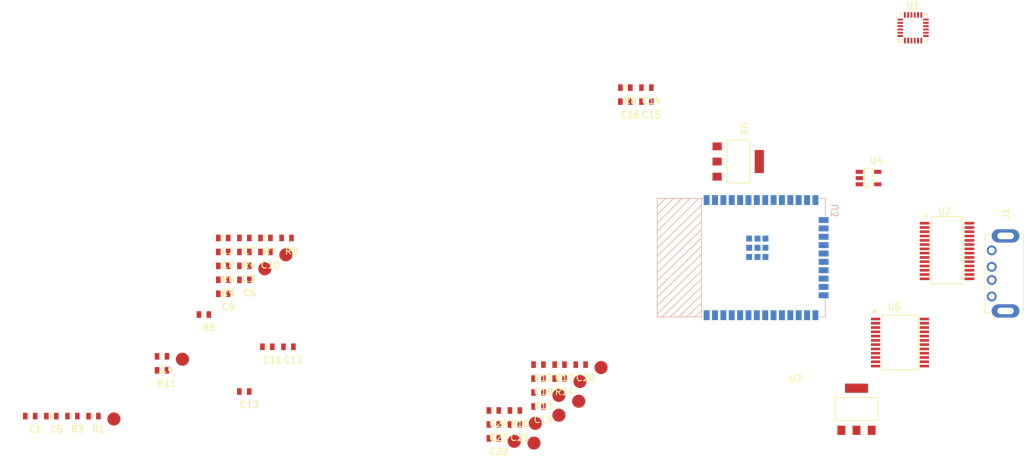
<source format=kicad_pcb>
(kicad_pcb (version 20211014) (generator pcbnew)
  (layers (0 "F.Cu" signal) (31 "B.Cu" signal) (34 "B.Paste" user) (35 "F.Paste" user) (36 "B.SilkS" user "B.Silkscreen") (37 "F.SilkS" user "F.Silkscreen") (38 "B.Mask" user) (39 "F.Mask" user) (44 "Edge.Cuts" user))
  (net 0 "")
  (net 1 "/EN")
  (net 2 "Vdrive")
  (net 10 "GND")
  (net 11 "+5V")
  (net 12 "+3V3")
  (net 13 "/MPU_AD0")
  (net 14 "/MPU_SCL")
  (net 15 "/MCU_TO_FT")
  (net 16 "/FT_TO_MCU")
  (net 24 "/MPU_SDA")
  (net 25 "Net-(C9-Pad1)")
  (net 26 "Net-(C10-Pad1)")
  (net 27 "/D-")
  (net 29 "/D+")
  (net 30 "Net-(R3-Pad1)")
  (net 31 "Net-(R4-Pad1)")
  (net 32 "/MPU_INT")
  (net 33 "Net-(R6-Pad1)")
  (net 34 "Net-(R7-Pad1)")
  (net 48 "GND2")
  (net 49 "Net-(R9-Pad2)")
  (net 54 "Net-(T8-Pad1)")
  (net 55 "Net-(T9-Pad1)")
  (net 56 "Net-(R5-Pad1)")
  (net 78 "/STAT")
  (net 79 "Net-(R11-Pad2)")
  (net 80 "+BATT")
  (net 82 "/PROG")
  (net 83 "/IN1")
  (net 84 "/IN2")
  (net 85 "/PWM")
  (net 86 "Net-(U6-Pad1)")
  (net 87 "Net-(U6-Pad5)")
  (footprint "receiver:48037-0001" (layer "F.Cu") (at 205.74 118.5004 90)
    (fp_text reference "J1" (at 9.1 2.1 90) (layer "F.SilkS"))
    (fp_text value "48037-0001")
    (fp_line (start 6 4.85) (end 6 4.3) (layer "F.SilkS") (width 0.12))
    (fp_line (start 6 -0.1) (end 6 -1) (layer "F.SilkS") (width 0.12))
    (fp_line (start -6 -1) (end -6 -0.1) (layer "F.SilkS") (width 0.12))
    (fp_line (start -6 4.85) (end -6 4.3) (layer "F.SilkS") (width 0.12))
    (fp_line (start 6 -1) (end -6 -1) (layer "F.SilkS") (width 0.12))
    (fp_line (start -6 4.85) (end 6 4.85) (layer "F.SilkS") (width 0.12))
    (pad "" np_thru_hole circle locked (at -2.25 2.1 180) (size 1.1 1.1) (drill 1.1) (layers *.Cu *.Mask))
    (pad "" np_thru_hole circle locked (at 2.25 2.1 180) (size 1.1 1.1) (drill 1.1) (layers *.Cu *.Mask))
    (pad "1" thru_hole circle locked (at 3.5 0 90) (size 1.5 1.5) (drill 0.92) (layers *.Cu *.Mask) (net 11 "+5V"))
    (pad "2" thru_hole circle locked (at 1 0 90) (size 1.5 1.5) (drill 0.92) (layers *.Cu *.Mask) (net 27 "/D-"))
    (pad "3" thru_hole circle locked (at -1 0 90) (size 1.5 1.5) (drill 0.92) (layers *.Cu *.Mask) (net 29 "/D+"))
    (pad "4" thru_hole circle locked (at -3.5 0 90) (size 1.5 1.5) (drill 0.92) (layers *.Cu *.Mask) (net 10 "GND"))
    (pad "5" thru_hole oval locked (at -5.7 2.1 270) (size 2 4.2) (drill oval 1 2.5) (layers *.Cu *.Mask) (net 10 "GND"))
    (pad "6" thru_hole oval locked (at 5.7 2.1 270) (size 2 4.2) (drill oval 1 2.5) (layers *.Cu *.Mask) (net 10 "GND"))
  )
  (footprint "receiver:TestPoint" (layer "F.Cu") (at 140.0452 137.0394)
    (fp_text reference "T10" hide)
    (fp_text value "TestPoints" hide)
    (pad "1" smd circle locked (at 0 0) (size 2 2) (layers "F.Cu" "F.Paste" "F.Mask") (net 87 "Net-(U6-Pad5)"))
  )
  (footprint "receiver:TestPoint" (layer "F.Cu") (at 95.405 117.7926)
    (fp_text reference "T1" hide)
    (fp_text value "TestPoints" hide)
    (pad "1" smd circle locked (at 0 0) (size 2 2) (layers "F.Cu" "F.Paste" "F.Mask") (net 83 "/IN1"))
  )
  (footprint "receiver:0603" (layer "F.Cu") (at 91.555 117.3526)
    (fp_text reference "C3" (at 1.5 2) (layer "F.SilkS"))
    (fp_text value "CAP_0603")
    (fp_line (start 0.6 -0.5) (end 0.6 0.5) (layer "F.SilkS") (width 0.12))
    (pad "1" smd rect locked (at 0 0) (size 0.7 1) (layers "F.Cu" "F.Paste" "F.Mask") (net 12 "+3V3"))
    (pad "2" smd rect locked (at 1.5 0) (size 0.7 1) (layers "F.Cu" "F.Paste" "F.Mask") (net 10 "GND"))
  )
  (footprint "receiver:TestPoint" (layer "F.Cu") (at 143.2452 134.9194)
    (fp_text reference "T12" hide)
    (fp_text value "TestPoints" hide)
    (pad "1" smd circle locked (at 0 0) (size 2 2) (layers "F.Cu" "F.Paste" "F.Mask") (net 87 "Net-(U6-Pad5)"))
  )
  (footprint "receiver:0603" (layer "F.Cu") (at 79.055 131.1026)
    (fp_text reference "C4" (at 1.5 2) (layer "F.SilkS"))
    (fp_text value "CAP_0603")
    (fp_line (start 0.6 -0.5) (end 0.6 0.5) (layer "F.SilkS") (width 0.12))
    (pad "1" smd rect locked (at 0 0) (size 0.7 1) (layers "F.Cu" "F.Paste" "F.Mask") (net 11 "+5V"))
    (pad "2" smd rect locked (at 1.5 0) (size 0.7 1) (layers "F.Cu" "F.Paste" "F.Mask") (net 10 "GND"))
  )
  (footprint "receiver:0603" (layer "F.Cu") (at 94.755 113.1126)
    (fp_text reference "R7" (at 1.5 2) (layer "F.SilkS"))
    (fp_text value "RES_0603")
    (fp_line (start 0.6 -0.5) (end 0.6 0.5) (layer "F.SilkS") (width 0.12))
    (pad "1" smd rect locked (at 0 0) (size 0.7 1) (layers "F.Cu" "F.Paste" "F.Mask") (net 34 "Net-(R7-Pad1)"))
    (pad "2" smd rect locked (at 1.5 0) (size 0.7 1) (layers "F.Cu" "F.Paste" "F.Mask") (net 12 "+3V3"))
  )
  (footprint "receiver:TestPoint" (layer "F.Cu") (at 136.2652 144.2794)
    (fp_text reference "T11" hide)
    (fp_text value "TestPoints" hide)
    (pad "1" smd circle locked (at 0 0) (size 2 2) (layers "F.Cu" "F.Paste" "F.Mask") (net 86 "Net-(U6-Pad1)"))
  )
  (footprint "receiver:TestPoint" (layer "F.Cu") (at 140.0452 140.0394)
    (fp_text reference "T2" hide)
    (fp_text value "TestPoints" hide)
    (pad "1" smd circle locked (at 0 0) (size 2 2) (layers "F.Cu" "F.Paste" "F.Mask") (net 84 "/IN2"))
  )
  (footprint "receiver:0603" (layer "F.Cu") (at 94.755 115.2326)
    (fp_text reference "C10" (at 1.5 2) (layer "F.SilkS"))
    (fp_text value "CAP_0603")
    (fp_line (start 0.6 -0.5) (end 0.6 0.5) (layer "F.SilkS") (width 0.12))
    (pad "1" smd rect locked (at 0 0) (size 0.7 1) (layers "F.Cu" "F.Paste" "F.Mask") (net 26 "Net-(C10-Pad1)"))
    (pad "2" smd rect locked (at 1.5 0) (size 0.7 1) (layers "F.Cu" "F.Paste" "F.Mask") (net 10 "GND"))
  )
  (footprint "receiver:0603" (layer "F.Cu") (at 149.3778 90.2716)
    (fp_text reference "R8" (at 1.5 2) (layer "F.SilkS"))
    (fp_text value "RES_0603")
    (fp_line (start 0.6 -0.5) (end 0.6 0.5) (layer "F.SilkS") (width 0.12))
    (pad "1" smd rect locked (at 0 0) (size 0.7 1) (layers "F.Cu" "F.Paste" "F.Mask") (net 1 "/EN"))
    (pad "2" smd rect locked (at 1.5 0) (size 0.7 1) (layers "F.Cu" "F.Paste" "F.Mask") (net 12 "+3V3"))
  )
  (footprint "receiver:TestPoint" (layer "F.Cu") (at 72.505 140.6226)
    (fp_text reference "T8" hide)
    (fp_text value "TestPoints" hide)
    (pad "1" smd circle locked (at 0 0) (size 2 2) (layers "F.Cu" "F.Paste" "F.Mask") (net 54 "Net-(T8-Pad1)"))
  )
  (footprint "receiver:0603" (layer "F.Cu") (at 152.5778 92.3916)
    (fp_text reference "C15" (at 1.5 2) (layer "F.SilkS"))
    (fp_text value "CAP_0603")
    (fp_line (start 0.6 -0.5) (end 0.6 0.5) (layer "F.SilkS") (width 0.12))
    (pad "1" smd rect locked (at 0 0) (size 0.7 1) (layers "F.Cu" "F.Paste" "F.Mask") (net 12 "+3V3"))
    (pad "2" smd rect locked (at 1.5 0) (size 0.7 1) (layers "F.Cu" "F.Paste" "F.Mask") (net 10 "GND"))
  )
  (footprint "receiver:0603" (layer "F.Cu") (at 91.555 113.1126)
    (fp_text reference "C7" (at 1.5 2) (layer "F.SilkS"))
    (fp_text value "CAP_0603")
    (fp_line (start 0.6 -0.5) (end 0.6 0.5) (layer "F.SilkS") (width 0.12))
    (pad "1" smd rect locked (at 0 0) (size 0.7 1) (layers "F.Cu" "F.Paste" "F.Mask") (net 11 "+5V"))
    (pad "2" smd rect locked (at 1.5 0) (size 0.7 1) (layers "F.Cu" "F.Paste" "F.Mask") (net 10 "GND"))
  )
  (footprint "receiver:0603" (layer "F.Cu") (at 139.3952 134.4794)
    (fp_text reference "R14" (at 1.5 2) (layer "F.SilkS"))
    (fp_text value "RES_0603")
    (fp_line (start 0.6 -0.5) (end 0.6 0.5) (layer "F.SilkS") (width 0.12))
    (pad "1" smd rect locked (at 0 0) (size 0.7 1) (layers "F.Cu" "F.Paste" "F.Mask") (net 48 "GND2"))
    (pad "2" smd rect locked (at 1.5 0) (size 0.7 1) (layers "F.Cu" "F.Paste" "F.Mask") (net 10 "GND"))
  )
  (footprint "receiver:0603" (layer "F.Cu") (at 132.6152 139.3294)
    (fp_text reference "R10" (at 1.5 2) (layer "F.SilkS"))
    (fp_text value "RES_0603")
    (fp_line (start 0.6 -0.5) (end 0.6 0.5) (layer "F.SilkS") (width 0.12))
    (pad "1" smd rect locked (at 0 0) (size 0.7 1) (layers "F.Cu" "F.Paste" "F.Mask") (net 78 "/STAT"))
    (pad "2" smd rect locked (at 1.5 0) (size 0.7 1) (layers "F.Cu" "F.Paste" "F.Mask") (net 12 "+3V3"))
  )
  (footprint "receiver:0603" (layer "F.Cu") (at 152.5778 90.2716)
    (fp_text reference "C14" (at 1.5 2) (layer "F.SilkS"))
    (fp_text value "CAP_0603")
    (fp_line (start 0.6 -0.5) (end 0.6 0.5) (layer "F.SilkS") (width 0.12))
    (pad "1" smd rect locked (at 0 0) (size 0.7 1) (layers "F.Cu" "F.Paste" "F.Mask") (net 1 "/EN"))
    (pad "2" smd rect locked (at 1.5 0) (size 0.7 1) (layers "F.Cu" "F.Paste" "F.Mask") (net 10 "GND"))
  )
  (footprint "receiver:0603" (layer "F.Cu") (at 142.5952 132.3594)
    (fp_text reference "C20" (at 1.5 2) (layer "F.SilkS"))
    (fp_text value "CAP_0603")
    (fp_line (start 0.6 -0.5) (end 0.6 0.5) (layer "F.SilkS") (width 0.12))
    (pad "1" smd rect locked (at 0 0) (size 0.7 1) (layers "F.Cu" "F.Paste" "F.Mask") (net 12 "+3V3"))
    (pad "2" smd rect locked (at 1.5 0) (size 0.7 1) (layers "F.Cu" "F.Paste" "F.Mask") (net 10 "GND"))
  )
  (footprint "receiver:0603" (layer "F.Cu") (at 149.3778 92.3916)
    (fp_text reference "C16" (at 1.5 2) (layer "F.SilkS"))
    (fp_text value "CAP_0603")
    (fp_line (start 0.6 -0.5) (end 0.6 0.5) (layer "F.SilkS") (width 0.12))
    (pad "1" smd rect locked (at 0 0) (size 0.7 1) (layers "F.Cu" "F.Paste" "F.Mask") (net 12 "+3V3"))
    (pad "2" smd rect locked (at 1.5 0) (size 0.7 1) (layers "F.Cu" "F.Paste" "F.Mask") (net 10 "GND"))
  )
  (footprint "receiver:0603" (layer "F.Cu") (at 95.0468 129.6416)
    (fp_text reference "C11" (at 1.5 2) (layer "F.SilkS"))
    (fp_text value "CAP_0603")
    (fp_line (start 0.6 -0.5) (end 0.6 0.5) (layer "F.SilkS") (width 0.12))
    (pad "1" smd rect locked (at 0 0) (size 0.7 1) (layers "F.Cu" "F.Paste" "F.Mask") (net 11 "+5V"))
    (pad "2" smd rect locked (at 1.5 0) (size 0.7 1) (layers "F.Cu" "F.Paste" "F.Mask") (net 10 "GND"))
  )
  (footprint "receiver:0603" (layer "F.Cu") (at 139.3952 132.3594)
    (fp_text reference "C17" (at 1.5 2) (layer "F.SilkS"))
    (fp_text value "CAP_0603")
    (fp_line (start 0.6 -0.5) (end 0.6 0.5) (layer "F.SilkS") (width 0.12))
    (pad "1" smd rect locked (at 0 0) (size 0.7 1) (layers "F.Cu" "F.Paste" "F.Mask") (net 80 "+BATT"))
    (pad "2" smd rect locked (at 1.5 0) (size 0.7 1) (layers "F.Cu" "F.Paste" "F.Mask") (net 10 "GND"))
  )
  (footprint "Sensor_Motion:InvenSense_QFN-24_4x4mm_P0.5mm" (layer "F.Cu") (at 193.802 81.1784)
    (fp_text reference "U1" (at 0 -3.375) (layer "F.SilkS"))
    (fp_text value "MPU-6050")
    (fp_line (start -2.15 2.15) (end -1.625 2.15) (layer "F.SilkS") (width 0.15))
    (fp_line (start 2.15 -2.15) (end 1.625 -2.15) (layer "F.SilkS") (width 0.15))
    (fp_line (start 2.15 -2.15) (end 2.15 -1.625) (layer "F.SilkS") (width 0.15))
    (fp_line (start 2.15 2.15) (end 1.625 2.15) (layer "F.SilkS") (width 0.15))
    (fp_line (start -2.15 2.15) (end -2.15 1.625) (layer "F.SilkS") (width 0.15))
    (fp_line (start 2.15 2.15) (end 2.15 1.625) (layer "F.SilkS") (width 0.15))
    (fp_line (start -2.15 -2.15) (end -1.625 -2.15) (layer "F.SilkS") (width 0.15))
    (pad "1" smd roundrect (at -1.95 -1.25) (size 0.85 0.3) (layers "F.Cu" "F.Paste" "F.Mask") (net 10 "GND"))
    (pad "2" smd roundrect (at -1.95 -0.75) (size 0.85 0.3) (layers "F.Cu" "F.Paste" "F.Mask"))
    (pad "3" smd roundrect (at -1.95 -0.25) (size 0.85 0.3) (layers "F.Cu" "F.Paste" "F.Mask"))
    (pad "4" smd roundrect (at -1.95 0.25) (size 0.85 0.3) (layers "F.Cu" "F.Paste" "F.Mask"))
    (pad "5" smd roundrect (at -1.95 0.75) (size 0.85 0.3) (layers "F.Cu" "F.Paste" "F.Mask"))
    (pad "6" smd roundrect (at -1.95 1.25) (size 0.85 0.3) (layers "F.Cu" "F.Paste" "F.Mask") (net 54 "Net-(T8-Pad1)"))
    (pad "7" smd roundrect (at -1.25 1.95 90) (size 0.85 0.3) (layers "F.Cu" "F.Paste" "F.Mask") (net 55 "Net-(T9-Pad1)"))
    (pad "8" smd roundrect (at -0.75 1.95 90) (size 0.85 0.3) (layers "F.Cu" "F.Paste" "F.Mask") (net 12 "+3V3"))
    (pad "9" smd roundrect (at -0.25 1.95 90) (size 0.85 0.3) (layers "F.Cu" "F.Paste" "F.Mask") (net 13 "/MPU_AD0"))
    (pad "10" smd roundrect (at 0.25 1.95 90) (size 0.85 0.3) (layers "F.Cu" "F.Paste" "F.Mask") (net 25 "Net-(C9-Pad1)"))
    (pad "11" smd roundrect (at 0.75 1.95 90) (size 0.85 0.3) (layers "F.Cu" "F.Paste" "F.Mask") (net 10 "GND"))
    (pad "12" smd roundrect (at 1.25 1.95 90) (size 0.85 0.3) (layers "F.Cu" "F.Paste" "F.Mask") (net 32 "/MPU_INT"))
    (pad "13" smd roundrect (at 1.95 1.25) (size 0.85 0.3) (layers "F.Cu" "F.Paste" "F.Mask") (net 12 "+3V3"))
    (pad "14" smd roundrect (at 1.95 0.75) (size 0.85 0.3) (layers "F.Cu" "F.Paste" "F.Mask"))
    (pad "15" smd roundrect (at 1.95 0.25) (size 0.85 0.3) (layers "F.Cu" "F.Paste" "F.Mask"))
    (pad "16" smd roundrect (at 1.95 -0.25) (size 0.85 0.3) (layers "F.Cu" "F.Paste" "F.Mask"))
    (pad "17" smd roundrect (at 1.95 -0.75) (size 0.85 0.3) (layers "F.Cu" "F.Paste" "F.Mask"))
    (pad "18" smd roundrect (at 1.95 -1.25) (size 0.85 0.3) (layers "F.Cu" "F.Paste" "F.Mask") (net 10 "GND"))
    (pad "19" smd roundrect (at 1.25 -1.95 90) (size 0.85 0.3) (layers "F.Cu" "F.Paste" "F.Mask"))
    (pad "20" smd roundrect (at 0.75 -1.95 90) (size 0.85 0.3) (layers "F.Cu" "F.Paste" "F.Mask") (net 26 "Net-(C10-Pad1)"))
    (pad "21" smd roundrect (at 0.25 -1.95 90) (size 0.85 0.3) (layers "F.Cu" "F.Paste" "F.Mask"))
    (pad "22" smd roundrect (at -0.25 -1.95 90) (size 0.85 0.3) (layers "F.Cu" "F.Paste" "F.Mask"))
    (pad "23" smd roundrect (at -0.75 -1.95 90) (size 0.85 0.3) (layers "F.Cu" "F.Paste" "F.Mask") (net 14 "/MPU_SCL"))
    (pad "24" smd roundrect (at -1.25 -1.95 90) (size 0.85 0.3) (layers "F.Cu" "F.Paste" "F.Mask") (net 24 "/MPU_SDA"))
  )
  (footprint "receiver:MIC5239-3.3YS" (layer "F.Cu") (at 164.059 99.1984 -90)
    (fp_text reference "U5" (at -2.7292 -4.1144 -90 unlocked) (layer "F.SilkS"))
    (fp_text value "MIC5239-3.3YS")
    (fp_rect (start -0.95 -5) (end 5.55 -1.5) (layer "F.SilkS") (width 0.12) (fill none))
    (pad "1" smd rect (at 0 0 270) (size 1.2 1.4) (layers "F.Cu" "F.Paste" "F.Mask") (net 80 "+BATT"))
    (pad "2" smd rect (at 2.3 0 270) (size 1.2 1.4) (layers "F.Cu" "F.Paste" "F.Mask") (net 10 "GND"))
    (pad "3" smd rect (at 4.6 0 270) (size 1.2 1.4) (layers "F.Cu" "F.Paste" "F.Mask") (net 12 "+3V3"))
    (pad "4" smd rect (at 2.3 -6.4 270) (size 3.5 1.4) (layers "F.Cu" "F.Paste" "F.Mask") (net 10 "GND"))
  )
  (footprint "receiver:0603" (layer "F.Cu") (at 85.405 124.7526)
    (fp_text reference "R5" (at 1.5 2) (layer "F.SilkS"))
    (fp_text value "RES_0603")
    (fp_line (start 0.6 -0.5) (end 0.6 0.5) (layer "F.SilkS") (width 0.12))
    (pad "1" smd rect locked (at 0 0) (size 0.7 1) (layers "F.Cu" "F.Paste" "F.Mask") (net 56 "Net-(R5-Pad1)"))
    (pad "2" smd rect locked (at 1.5 0) (size 0.7 1) (layers "F.Cu" "F.Paste" "F.Mask") (net 12 "+3V3"))
  )
  (footprint "receiver:TestPoint" (layer "F.Cu") (at 133.2652 144.0094)
    (fp_text reference "T6" hide)
    (fp_text value "TestPoints" hide)
    (pad "1" smd circle locked (at 0 0) (size 2 2) (layers "F.Cu" "F.Paste" "F.Mask") (net 86 "Net-(U6-Pad1)"))
  )
  (footprint "receiver:FT232RL" (layer "F.Cu") (at 195.5582 110.869804)
    (fp_text reference "U2" (at 3 -1.8) (layer "F.SilkS"))
    (fp_text value "FT232RL")
    (fp_line (start 1 9.2) (end 5.7 9.2) (layer "F.SilkS") (width 0.12))
    (fp_line (start 1 -1) (end 1 9.2) (layer "F.SilkS") (width 0.12))
    (fp_line (start 5.7 9.2) (end 5.7 -1) (layer "F.SilkS") (width 0.12))
    (fp_line (start 5.7 -1) (end 1 -1) (layer "F.SilkS") (width 0.12))
    (fp_circle (center 0.2 -1.1) (end 0.4 -1) (layer "F.SilkS") (width 0.12) (fill none))
    (pad "1" smd roundrect locked (at 0 0) (size 1.5 0.4) (layers "F.Cu" "F.Paste" "F.Mask") (net 16 "/FT_TO_MCU"))
    (pad "2" smd roundrect locked (at 0 0.65) (size 1.5 0.4) (layers "F.Cu" "F.Paste" "F.Mask") (net 33 "Net-(R6-Pad1)"))
    (pad "3" smd roundrect locked (at 0 1.3) (size 1.5 0.4) (layers "F.Cu" "F.Paste" "F.Mask") (net 30 "Net-(R3-Pad1)"))
    (pad "4" smd roundrect locked (at 0 1.95) (size 1.5 0.4) (layers "F.Cu" "F.Paste" "F.Mask") (net 12 "+3V3"))
    (pad "5" smd roundrect locked (at 0 2.6) (size 1.5 0.4) (layers "F.Cu" "F.Paste" "F.Mask") (net 15 "/MCU_TO_FT"))
    (pad "6" smd roundrect locked (at 0 3.25) (size 1.5 0.4) (layers "F.Cu" "F.Paste" "F.Mask") (net 79 "Net-(R11-Pad2)"))
    (pad "7" smd roundrect locked (at 0 3.9) (size 1.5 0.4) (layers "F.Cu" "F.Paste" "F.Mask") (net 10 "GND"))
    (pad "8" smd roundrect locked (at 0 4.55) (size 1.5 0.4) (layers "F.Cu" "F.Paste" "F.Mask"))
    (pad "9" smd roundrect locked (at 0 5.2) (size 1.5 0.4) (layers "F.Cu" "F.Paste" "F.Mask") (net 34 "Net-(R7-Pad1)"))
    (pad "10" smd roundrect locked (at 0 5.85) (size 1.5 0.4) (layers "F.Cu" "F.Paste" "F.Mask") (net 49 "Net-(R9-Pad2)"))
    (pad "11" smd roundrect locked (at 0 6.5) (size 1.5 0.4) (layers "F.Cu" "F.Paste" "F.Mask") (net 31 "Net-(R4-Pad1)"))
    (pad "12" smd roundrect locked (at 0 7.15) (size 1.5 0.4) (layers "F.Cu" "F.Paste" "F.Mask"))
    (pad "13" smd roundrect locked (at 0 7.8) (size 1.5 0.4) (layers "F.Cu" "F.Paste" "F.Mask"))
    (pad "14" smd roundrect locked (at 0 8.45) (size 1.5 0.4) (layers "F.Cu" "F.Paste" "F.Mask") (net 56 "Net-(R5-Pad1)"))
    (pad "15" smd roundrect locked (at 6.8 8.45) (size 1.5 0.4) (layers "F.Cu" "F.Paste" "F.Mask") (net 29 "/D+"))
    (pad "16" smd roundrect locked (at 6.8 7.8) (size 1.5 0.4) (layers "F.Cu" "F.Paste" "F.Mask") (net 27 "/D-"))
    (pad "17" smd roundrect locked (at 6.8 7.15) (size 1.5 0.4) (layers "F.Cu" "F.Paste" "F.Mask"))
    (pad "18" smd roundrect locked (at 6.8 6.5) (size 1.5 0.4) (layers "F.Cu" "F.Paste" "F.Mask") (net 10 "GND"))
    (pad "19" smd roundrect locked (at 6.8 5.85) (size 1.5 0.4) (layers "F.Cu" "F.Paste" "F.Mask"))
    (pad "20" smd roundrect locked (at 6.8 5.2) (size 1.5 0.4) (layers "F.Cu" "F.Paste" "F.Mask") (net 11 "+5V"))
    (pad "21" smd roundrect locked (at 6.8 4.55) (size 1.5 0.4) (layers "F.Cu" "F.Paste" "F.Mask") (net 10 "GND"))
    (pad "22" smd roundrect locked (at 6.8 3.9) (size 1.5 0.4) (layers "F.Cu" "F.Paste" "F.Mask"))
    (pad "23" smd roundrect locked (at 6.8 3.25) (size 1.5 0.4) (layers "F.Cu" "F.Paste" "F.Mask"))
    (pad "24" smd roundrect locked (at 6.8 2.6) (size 1.5 0.4) (layers "F.Cu" "F.Paste" "F.Mask"))
    (pad "25" smd roundrect locked (at 6.8 1.95) (size 1.5 0.4) (layers "F.Cu" "F.Paste" "F.Mask") (net 10 "GND"))
    (pad "26" smd roundrect locked (at 6.8 1.3) (size 1.5 0.4) (layers "F.Cu" "F.Paste" "F.Mask") (net 10 "GND"))
    (pad "27" smd roundrect locked (at 6.8 0.65) (size 1.5 0.4) (layers "F.Cu" "F.Paste" "F.Mask"))
    (pad "28" smd roundrect locked (at 6.8 0) (size 1.5 0.4) (layers "F.Cu" "F.Paste" "F.Mask"))
  )
  (footprint "receiver:0603" (layer "F.Cu") (at 136.1952 138.7194)
    (fp_text reference "C19" (at 1.5 2) (layer "F.SilkS"))
    (fp_text value "CAP_0603")
    (fp_line (start 0.6 -0.5) (end 0.6 0.5) (layer "F.SilkS") (width 0.12))
    (pad "1" smd rect locked (at 0 0) (size 0.7 1) (layers "F.Cu" "F.Paste" "F.Mask") (net 12 "+3V3"))
    (pad "2" smd rect locked (at 1.5 0) (size 0.7 1) (layers "F.Cu" "F.Paste" "F.Mask") (net 10 "GND"))
  )
  (footprint "receiver:0603" (layer "F.Cu") (at 136.1952 134.4794)
    (fp_text reference "C18" (at 1.5 2) (layer "F.SilkS"))
    (fp_text value "CAP_0603")
    (fp_line (start 0.6 -0.5) (end 0.6 0.5) (layer "F.SilkS") (width 0.12))
    (pad "1" smd rect locked (at 0 0) (size 0.7 1) (layers "F.Cu" "F.Paste" "F.Mask") (net 2 "Vdrive"))
    (pad "2" smd rect locked (at 1.5 0) (size 0.7 1) (layers "F.Cu" "F.Paste" "F.Mask") (net 10 "GND"))
  )
  (footprint "receiver:0603" (layer "F.Cu") (at 91.555 115.2326)
    (fp_text reference "R4" (at 1.5 2) (layer "F.SilkS"))
    (fp_text value "RES_0603")
    (fp_line (start 0.6 -0.5) (end 0.6 0.5) (layer "F.SilkS") (width 0.12))
    (pad "1" smd rect locked (at 0 0) (size 0.7 1) (layers "F.Cu" "F.Paste" "F.Mask") (net 31 "Net-(R4-Pad1)"))
    (pad "2" smd rect locked (at 1.5 0) (size 0.7 1) (layers "F.Cu" "F.Paste" "F.Mask") (net 12 "+3V3"))
  )
  (footprint "receiver:0603" (layer "F.Cu") (at 88.355 121.5926)
    (fp_text reference "C9" (at 1.5 2) (layer "F.SilkS"))
    (fp_text value "CAP_0603")
    (fp_line (start 0.6 -0.5) (end 0.6 0.5) (layer "F.SilkS") (width 0.12))
    (pad "1" smd rect locked (at 0 0) (size 0.7 1) (layers "F.Cu" "F.Paste" "F.Mask") (net 25 "Net-(C9-Pad1)"))
    (pad "2" smd rect locked (at 1.5 0) (size 0.7 1) (layers "F.Cu" "F.Paste" "F.Mask") (net 10 "GND"))
  )
  (footprint "receiver:0603" (layer "F.Cu") (at 129.4152 141.4494)
    (fp_text reference "C23" (at 1.5 2) (layer "F.SilkS"))
    (fp_text value "CAP_0603")
    (fp_line (start 0.6 -0.5) (end 0.6 0.5) (layer "F.SilkS") (width 0.12))
    (pad "1" smd rect locked (at 0 0) (size 0.7 1) (layers "F.Cu" "F.Paste" "F.Mask") (net 2 "Vdrive"))
    (pad "2" smd rect locked (at 1.5 0) (size 0.7 1) (layers "F.Cu" "F.Paste" "F.Mask") (net 48 "GND2"))
  )
  (footprint "receiver:TestPoint" (layer "F.Cu") (at 136.4652 141.2794)
    (fp_text reference "T4" hide)
    (fp_text value "TestPoints" hide)
    (pad "1" smd circle locked (at 0 0) (size 2 2) (layers "F.Cu" "F.Paste" "F.Mask") (net 86 "Net-(U6-Pad1)"))
  )
  (footprint "receiver:TestPoint" (layer "F.Cu") (at 143.0452 137.9194)
    (fp_text reference "T5" hide)
    (fp_text value "TestPoints" hide)
    (pad "1" smd circle locked (at 0 0) (size 2 2) (layers "F.Cu" "F.Paste" "F.Mask") (net 87 "Net-(U6-Pad5)"))
  )
  (footprint "receiver:0603" (layer "F.Cu") (at 136.1952 132.3594)
    (fp_text reference "R12" (at 1.5 2) (layer "F.SilkS"))
    (fp_text value "RES_0603")
    (fp_line (start 0.6 -0.5) (end 0.6 0.5) (layer "F.SilkS") (width 0.12))
    (pad "1" smd rect locked (at 0 0) (size 0.7 1) (layers "F.Cu" "F.Paste" "F.Mask") (net 10 "GND"))
    (pad "2" smd rect locked (at 1.5 0) (size 0.7 1) (layers "F.Cu" "F.Paste" "F.Mask") (net 82 "/PROG"))
  )
  (footprint "receiver:0603" (layer "F.Cu") (at 68.655 140.1826)
    (fp_text reference "R1" (at 1.5 2) (layer "F.SilkS"))
    (fp_text value "RES_0603")
    (fp_line (start 0.6 -0.5) (end 0.6 0.5) (layer "F.SilkS") (width 0.12))
    (pad "1" smd rect locked (at 0 0) (size 0.7 1) (layers "F.Cu" "F.Paste" "F.Mask") (net 12 "+3V3"))
    (pad "2" smd rect locked (at 1.5 0) (size 0.7 1) (layers "F.Cu" "F.Paste" "F.Mask") (net 13 "/MPU_AD0"))
  )
  (footprint "receiver:0603" (layer "F.Cu") (at 136.1952 136.5994)
    (fp_text reference "R13" (at 1.5 2) (layer "F.SilkS"))
    (fp_text value "RES_0603")
    (fp_line (start 0.6 -0.5) (end 0.6 0.5) (layer "F.SilkS") (width 0.12))
    (pad "1" smd rect locked (at 0 0) (size 0.7 1) (layers "F.Cu" "F.Paste" "F.Mask") (net 48 "GND2"))
    (pad "2" smd rect locked (at 1.5 0) (size 0.7 1) (layers "F.Cu" "F.Paste" "F.Mask") (net 10 "GND"))
  )
  (footprint "receiver:0603" (layer "F.Cu") (at 129.4152 139.3294)
    (fp_text reference "C24" (at 1.5 2) (layer "F.SilkS"))
    (fp_text value "CAP_0603")
    (fp_line (start 0.6 -0.5) (end 0.6 0.5) (layer "F.SilkS") (width 0.12))
    (pad "1" smd rect locked (at 0 0) (size 0.7 1) (layers "F.Cu" "F.Paste" "F.Mask") (net 2 "Vdrive"))
    (pad "2" smd rect locked (at 1.5 0) (size 0.7 1) (layers "F.Cu" "F.Paste" "F.Mask") (net 48 "GND2"))
  )
  (footprint "receiver:0603" (layer "F.Cu") (at 129.4152 143.5694)
    (fp_text reference "C22" (at 1.5 2) (layer "F.SilkS"))
    (fp_text value "CAP_0603")
    (fp_line (start 0.6 -0.5) (end 0.6 0.5) (layer "F.SilkS") (width 0.12))
    (pad "1" smd rect locked (at 0 0) (size 0.7 1) (layers "F.Cu" "F.Paste" "F.Mask") (net 2 "Vdrive"))
    (pad "2" smd rect locked (at 1.5 0) (size 0.7 1) (layers "F.Cu" "F.Paste" "F.Mask") (net 48 "GND2"))
  )
  (footprint "receiver:0603" (layer "F.Cu") (at 97.955 113.1126)
    (fp_text reference "R2" (at 1.5 2) (layer "F.SilkS"))
    (fp_text value "RES_0603")
    (fp_line (start 0.6 -0.5) (end 0.6 0.5) (layer "F.SilkS") (width 0.12))
    (pad "1" smd rect locked (at 0 0) (size 0.7 1) (layers "F.Cu" "F.Paste" "F.Mask") (net 13 "/MPU_AD0"))
    (pad "2" smd rect locked (at 1.5 0) (size 0.7 1) (layers "F.Cu" "F.Paste" "F.Mask") (net 10 "GND"))
  )
  (footprint "receiver:0603" (layer "F.Cu") (at 88.355 113.1126)
    (fp_text reference "C2" (at 1.5 2) (layer "F.SilkS"))
    (fp_text value "CAP_0603")
    (fp_line (start 0.6 -0.5) (end 0.6 0.5) (layer "F.SilkS") (width 0.12))
    (pad "1" smd rect locked (at 0 0) (size 0.7 1) (layers "F.Cu" "F.Paste" "F.Mask") (net 11 "+5V"))
    (pad "2" smd rect locked (at 1.5 0) (size 0.7 1) (layers "F.Cu" "F.Paste" "F.Mask") (net 10 "GND"))
  )
  (footprint "receiver:0603" (layer "F.Cu") (at 91.555 119.4726)
    (fp_text reference "C5" (at 1.5 2) (layer "F.SilkS"))
    (fp_text value "CAP_0603")
    (fp_line (start 0.6 -0.5) (end 0.6 0.5) (layer "F.SilkS") (width 0.12))
    (pad "1" smd rect locked (at 0 0) (size 0.7 1) (layers "F.Cu" "F.Paste" "F.Mask") (net 12 "+3V3"))
    (pad "2" smd rect locked (at 1.5 0) (size 0.7 1) (layers "F.Cu" "F.Paste" "F.Mask") (net 10 "GND"))
  )
  (footprint "receiver:MIC5239-3.3YS" (layer "F.Cu") (at 182.9168 142.3412)
    (fp_text reference "U7" (at -6.975 -7.825 unlocked) (layer "F.SilkS"))
    (fp_text value "MIC5239-3.3YS")
    (fp_rect (start -0.95 -5) (end 5.55 -1.5) (layer "F.SilkS") (width 0.12) (fill none))
    (pad "1" smd rect (at 0 0) (size 1.2 1.4) (layers "F.Cu" "F.Paste" "F.Mask") (net 80 "+BATT"))
    (pad "2" smd rect (at 2.3 0) (size 1.2 1.4) (layers "F.Cu" "F.Paste" "F.Mask") (net 10 "GND"))
    (pad "3" smd rect (at 4.6 0) (size 1.2 1.4) (layers "F.Cu" "F.Paste" "F.Mask") (net 2 "Vdrive"))
    (pad "4" smd rect (at 2.3 -6.4) (size 3.5 1.4) (layers "F.Cu" "F.Paste" "F.Mask") (net 10 "GND"))
  )
  (footprint "receiver:0603" (layer "F.Cu") (at 132.6152 141.4494)
    (fp_text reference "C21" (at 1.5 2) (layer "F.SilkS"))
    (fp_text value "CAP_0603")
    (fp_line (start 0.6 -0.5) (end 0.6 0.5) (layer "F.SilkS") (width 0.12))
    (pad "1" smd rect locked (at 0 0) (size 0.7 1) (layers "F.Cu" "F.Paste" "F.Mask") (net 12 "+3V3"))
    (pad "2" smd rect locked (at 1.5 0) (size 0.7 1) (layers "F.Cu" "F.Paste" "F.Mask") (net 10 "GND"))
  )
  (footprint "receiver:0603" (layer "F.Cu") (at 59.055 140.1826)
    (fp_text reference "C1" (at 1.5 2) (layer "F.SilkS"))
    (fp_text value "CAP_0603")
    (fp_line (start 0.6 -0.5) (end 0.6 0.5) (layer "F.SilkS") (width 0.12))
    (pad "1" smd rect locked (at 0 0) (size 0.7 1) (layers "F.Cu" "F.Paste" "F.Mask") (net 11 "+5V"))
    (pad "2" smd rect locked (at 1.5 0) (size 0.7 1) (layers "F.Cu" "F.Paste" "F.Mask") (net 10 "GND"))
  )
  (footprint "receiver:TestPoint" (layer "F.Cu") (at 98.605 115.6726)
    (fp_text reference "T9" hide)
    (fp_text value "TestPoints" hide)
    (pad "1" smd circle locked (at 0 0) (size 2 2) (layers "F.Cu" "F.Paste" "F.Mask") (net 55 "Net-(T9-Pad1)"))
  )
  (footprint "receiver:0603" (layer "F.Cu") (at 88.355 117.3526)
    (fp_text reference "R6" (at 1.5 2) (layer "F.SilkS"))
    (fp_text value "RES_0603")
    (fp_line (start 0.6 -0.5) (end 0.6 0.5) (layer "F.SilkS") (width 0.12))
    (pad "1" smd rect locked (at 0 0) (size 0.7 1) (layers "F.Cu" "F.Paste" "F.Mask") (net 33 "Net-(R6-Pad1)"))
    (pad "2" smd rect locked (at 1.5 0) (size 0.7 1) (layers "F.Cu" "F.Paste" "F.Mask") (net 12 "+3V3"))
  )
  (footprint "BalanceBoard:MCP738312" (layer "F.Cu") (at 185.6456 103.0622)
    (fp_text reference "U4" (at 2.65 -1.725 unlocked) (layer "F.SilkS"))
    (fp_text value "MCP73831/2")
    (fp_rect (start 0.75 -0.5) (end 2.05 2.3) (layer "F.SilkS") (width 0.12) (fill none))
    (pad "1" smd rect (at 0 0 90) (size 0.6 1.1) (layers "F.Cu" "F.Paste" "F.Mask") (net 78 "/STAT"))
    (pad "2" smd rect (at 0 0.95 90) (size 0.6 1.1) (layers "F.Cu" "F.Paste" "F.Mask") (net 10 "GND"))
    (pad "3" smd rect (at 0 1.9 90) (size 0.6 1.1) (layers "F.Cu" "F.Paste" "F.Mask") (net 80 "+BATT"))
    (pad "4" smd rect (at 2.8 1.9 90) (size 0.6 1.1) (layers "F.Cu" "F.Paste" "F.Mask") (net 11 "+5V"))
    (pad "5" smd rect (at 2.8 0 90) (size 0.6 1.1) (layers "F.Cu" "F.Paste" "F.Mask") (net 82 "/PROG"))
  )
  (footprint "receiver:0603" (layer "F.Cu") (at 62.255 140.1826)
    (fp_text reference "C6" (at 1.5 2) (layer "F.SilkS"))
    (fp_text value "CAP_0603")
    (fp_line (start 0.6 -0.5) (end 0.6 0.5) (layer "F.SilkS") (width 0.12))
    (pad "1" smd rect locked (at 0 0) (size 0.7 1) (layers "F.Cu" "F.Paste" "F.Mask") (net 12 "+3V3"))
    (pad "2" smd rect locked (at 1.5 0) (size 0.7 1) (layers "F.Cu" "F.Paste" "F.Mask") (net 10 "GND"))
  )
  (footprint "receiver:TB6612FNG" (layer "F.Cu") (at 188.1124 125.4252)
    (fp_text reference "U6" (at 2.85 -1.825 unlocked) (layer "F.SilkS"))
    (fp_text value "TB6612FNG")
    (fp_rect (start 0.9 -0.575) (end 6.5 7.725) (layer "F.SilkS") (width 0.12) (fill none))
    (fp_circle (center -0.15 -1.175) (end 0 -1.075) (layer "F.SilkS") (width 0.12) (fill none))
    (fp_circle (center -0.15 -1.175) (end -0.1 -1.125) (layer "F.SilkS") (width 0.12) (fill none))
    (fp_circle (center -0.15 -1.175) (end 0.05 -1) (layer "F.SilkS") (width 0.12) (fill none))
    (pad "1" smd rect (at 0 0) (size 1.4 0.4) (layers "F.Cu" "F.Paste" "F.Mask") (net 86 "Net-(U6-Pad1)"))
    (pad "2" smd rect (at 0 0.65) (size 1.4 0.4) (layers "F.Cu" "F.Paste" "F.Mask") (net 86 "Net-(U6-Pad1)"))
    (pad "3" smd rect (at 0 1.3) (size 1.4 0.4) (layers "F.Cu" "F.Paste" "F.Mask") (net 48 "GND2"))
    (pad "4" smd rect (at 0 1.95) (size 1.4 0.4) (layers "F.Cu" "F.Paste" "F.Mask") (net 48 "GND2"))
    (pad "5" smd rect (at 0 2.6) (size 1.4 0.4) (layers "F.Cu" "F.Paste" "F.Mask") (net 87 "Net-(U6-Pad5)"))
    (pad "6" smd rect (at 0 3.25) (size 1.4 0.4) (layers "F.Cu" "F.Paste" "F.Mask") (net 87 "Net-(U6-Pad5)"))
    (pad "7" smd rect (at 0 3.9) (size 1.4 0.4) (layers "F.Cu" "F.Paste" "F.Mask"))
    (pad "8" smd rect (at 0 4.55) (size 1.4 0.4) (layers "F.Cu" "F.Paste" "F.Mask"))
    (pad "9" smd rect (at 0 5.2) (size 1.4 0.4) (layers "F.Cu" "F.Paste" "F.Mask") (net 48 "GND2"))
    (pad "10" smd rect (at 0 5.85) (size 1.4 0.4) (layers "F.Cu" "F.Paste" "F.Mask") (net 48 "GND2"))
    (pad "11" smd rect (at 0 6.5) (size 1.4 0.4) (layers "F.Cu" "F.Paste" "F.Mask"))
    (pad "12" smd rect (at 0 7.15) (size 1.4 0.4) (layers "F.Cu" "F.Paste" "F.Mask"))
    (pad "13" smd rect (at 7.4 7.15) (size 1.4 0.4) (layers "F.Cu" "F.Paste" "F.Mask") (net 2 "Vdrive"))
    (pad "14" smd rect (at 7.4 6.5) (size 1.4 0.4) (layers "F.Cu" "F.Paste" "F.Mask") (net 2 "Vdrive"))
    (pad "15" smd rect (at 7.4 5.85) (size 1.4 0.4) (layers "F.Cu" "F.Paste" "F.Mask"))
    (pad "16" smd rect (at 7.4 5.2) (size 1.4 0.4) (layers "F.Cu" "F.Paste" "F.Mask"))
    (pad "17" smd rect (at 7.4 4.55) (size 1.4 0.4) (layers "F.Cu" "F.Paste" "F.Mask"))
    (pad "18" smd rect (at 7.4 3.9) (size 1.4 0.4) (layers "F.Cu" "F.Paste" "F.Mask") (net 10 "GND"))
    (pad "19" smd rect (at 7.4 3.25) (size 1.4 0.4) (layers "F.Cu" "F.Paste" "F.Mask"))
    (pad "20" smd rect (at 7.4 2.6) (size 1.4 0.4) (layers "F.Cu" "F.Paste" "F.Mask") (net 12 "+3V3"))
    (pad "21" smd rect (at 7.4 1.95) (size 1.4 0.4) (layers "F.Cu" "F.Paste" "F.Mask") (net 83 "/IN1"))
    (pad "22" smd rect (at 7.4 1.3) (size 1.4 0.4) (layers "F.Cu" "F.Paste" "F.Mask") (net 84 "/IN2"))
    (pad "23" smd rect (at 7.4 0.65) (size 1.4 0.4) (layers "F.Cu" "F.Paste" "F.Mask") (net 85 "/PWM"))
    (pad "24" smd rect (at 7.4 0) (size 1.4 0.4) (layers "F.Cu" "F.Paste" "F.Mask") (net 2 "Vdrive"))
  )
  (footprint "receiver:0603" (layer "F.Cu") (at 98.2468 129.6416)
    (fp_text reference "C12" (at 1.5 2) (layer "F.SilkS"))
    (fp_text value "CAP_0603")
    (fp_line (start 0.6 -0.5) (end 0.6 0.5) (layer "F.SilkS") (width 0.12))
    (pad "1" smd rect locked (at 0 0) (size 0.7 1) (layers "F.Cu" "F.Paste" "F.Mask") (net 80 "+BATT"))
    (pad "2" smd rect locked (at 1.5 0) (size 0.7 1) (layers "F.Cu" "F.Paste" "F.Mask") (net 10 "GND"))
  )
  (footprint "receiver:TestPoint" (layer "F.Cu") (at 82.905 131.5426)
    (fp_text reference "T7" hide)
    (fp_text value "TestPoints" hide)
    (pad "1" smd circle locked (at 0 0) (size 2 2) (layers "F.Cu" "F.Paste" "F.Mask") (net 32 "/MPU_INT"))
  )
  (footprint "receiver:0603" (layer "F.Cu") (at 88.355 115.2326)
    (fp_text reference "C8" (at 1.5 2) (layer "F.SilkS"))
    (fp_text value "CAP_0603")
    (fp_line (start 0.6 -0.5) (end 0.6 0.5) (layer "F.SilkS") (width 0.12))
    (pad "1" smd rect locked (at 0 0) (size 0.7 1) (layers "F.Cu" "F.Paste" "F.Mask") (net 80 "+BATT"))
    (pad "2" smd rect locked (at 1.5 0) (size 0.7 1) (layers "F.Cu" "F.Paste" "F.Mask") (net 10 "GND"))
  )
  (footprint "receiver:0603" (layer "F.Cu") (at 91.5416 136.4488)
    (fp_text reference "C13" (at 1.5 2) (layer "F.SilkS"))
    (fp_text value "CAP_0603")
    (fp_line (start 0.6 -0.5) (end 0.6 0.5) (layer "F.SilkS") (width 0.12))
    (pad "1" smd rect locked (at 0 0) (size 0.7 1) (layers "F.Cu" "F.Paste" "F.Mask") (net 12 "+3V3"))
    (pad "2" smd rect locked (at 1.5 0) (size 0.7 1) (layers "F.Cu" "F.Paste" "F.Mask") (net 10 "GND"))
  )
  (footprint "receiver:0603" (layer "F.Cu") (at 88.355 119.4726)
    (fp_text reference "R9" (at 1.5 2) (layer "F.SilkS"))
    (fp_text value "RES_0603")
    (fp_line (start 0.6 -0.5) (end 0.6 0.5) (layer "F.SilkS") (width 0.12))
    (pad "1" smd rect locked (at 0 0) (size 0.7 1) (layers "F.Cu" "F.Paste" "F.Mask") (net 12 "+3V3"))
    (pad "2" smd rect locked (at 1.5 0) (size 0.7 1) (layers "F.Cu" "F.Paste" "F.Mask") (net 49 "Net-(R9-Pad2)"))
  )
  (footprint "receiver:TestPoint" (layer "F.Cu") (at 146.4452 132.7994)
    (fp_text reference "T3" hide)
    (fp_text value "TestPoints" hide)
    (pad "1" smd circle locked (at 0 0) (size 2 2) (layers "F.Cu" "F.Paste" "F.Mask") (net 85 "/PWM"))
  )
  (footprint "receiver:0603" (layer "F.Cu") (at 65.455 140.1826)
    (fp_text reference "R3" (at 1.5 2) (layer "F.SilkS"))
    (fp_text value "RES_0603")
    (fp_line (start 0.6 -0.5) (end 0.6 0.5) (layer "F.SilkS") (width 0.12))
    (pad "1" smd rect locked (at 0 0) (size 0.7 1) (layers "F.Cu" "F.Paste" "F.Mask") (net 30 "Net-(R3-Pad1)"))
    (pad "2" smd rect locked (at 1.5 0) (size 0.7 1) (layers "F.Cu" "F.Paste" "F.Mask") (net 12 "+3V3"))
  )
  (footprint "receiver:0603" (layer "F.Cu") (at 79.055 133.2226)
    (fp_text reference "R11" (at 1.5 2) (layer "F.SilkS"))
    (fp_text value "RES_0603")
    (fp_line (start 0.6 -0.5) (end 0.6 0.5) (layer "F.SilkS") (width 0.12))
    (pad "1" smd rect locked (at 0 0) (size 0.7 1) (layers "F.Cu" "F.Paste" "F.Mask") (net 12 "+3V3"))
    (pad "2" smd rect locked (at 1.5 0) (size 0.7 1) (layers "F.Cu" "F.Paste" "F.Mask") (net 79 "Net-(R11-Pad2)"))
  )
  (footprint "BalanceBoard:ESP32-WROOM-32D" (layer "B.Cu") (at 162.4698 107.3534 -90)
    (fp_text reference "U3" (at 1.575 -19.475 90 unlocked) (layer "B.SilkS") (effects (justify mirror)))
    (fp_text value "ESP32-WROOM-32D")
    (fp_line (start 16 7.475) (end 9.5 0.775) (layer "B.SilkS") (width 0.12))
    (fp_line (start 6 7.475) (end -0.225 1.25) (layer "B.SilkS") (width 0.12))
    (fp_line (start 17.75 4.25) (end 14.425 0.8) (layer "B.SilkS") (width 0.12))
    (fp_line (start -0.225 6.25) (end 1.05 7.5) (layer "B.SilkS") (width 0.12))
    (fp_line (start 17.75 5.525) (end 13.225 0.8) (layer "B.SilkS") (width 0.12))
    (fp_line (start 17.75 3.025) (end 15.7 0.8) (layer "B.SilkS") (width 0.12))
    (fp_line (start 4.75 7.5) (end -0.25 2.5) (layer "B.SilkS") (width 0.12))
    (fp_line (start 11 7.5) (end 4.5 0.8) (layer "B.SilkS") (width 0.12))
    (fp_line (start 7.25 7.475) (end 0.75 0.775) (layer "B.SilkS") (width 0.12))
    (fp_line (start 17.25 7.475) (end 10.75 0.775) (layer "B.SilkS") (width 0.12))
    (fp_line (start -0.25 7.49) (end -0.25 0.8) (layer "B.SilkS") (width 0.12))
    (fp_line (start -0.25 -18.01) (end 2.4 -18.01) (layer "B.SilkS") (width 0.12))
    (fp_line (start 17.75 0.8) (end 17.75 0.6) (layer "B.SilkS") (width 0.12))
    (fp_line (start -0.225 3.75) (end 3.5 7.5) (layer "B.SilkS") (width 0.12))
    (fp_line (start 8.475 7.5) (end 1.975 0.8) (layer "B.SilkS") (width 0.12))
    (fp_line (start -0.25 7.49) (end 17.75 7.49) (layer "B.SilkS") (width 0.12))
    (fp_line (start 14.725 7.475) (end 8.225 0.775) (layer "B.SilkS") (width 0.12))
    (fp_line (start 9.75 7.5) (end 3.25 0.8) (layer "B.SilkS") (width 0.12))
    (fp_line (start -0.25 0.8) (end -0.25 0.6) (layer "B.SilkS") (width 0.12))
    (fp_line (start 15 -18.01) (end 17.75 -18.01) (layer "B.SilkS") (width 0.12))
    (fp_line (start 17.75 6.75) (end 12 0.8) (layer "B.SilkS") (width 0.12))
    (fp_line (start 17.75 7.49) (end 17.75 0.8) (layer "B.SilkS") (width 0.12))
    (fp_line (start -0.25 5) (end 2.2 7.475) (layer "B.SilkS") (width 0.12))
    (fp_line (start 13.5 7.45) (end 7 0.75) (layer "B.SilkS") (width 0.12))
    (fp_line (start -0.25 -17.125) (end -0.25 -18.01) (layer "B.SilkS") (width 0.12))
    (fp_line (start 17.75 -17.975) (end 17.75 -17.1) (layer "B.SilkS") (width 0.12))
    (fp_line (start -0.25 0.8) (end 17.75 0.8) (layer "B.SilkS") (width 0.12))
    (fp_line (start 17.75 1.8) (end 16.875 0.825) (layer "B.SilkS") (width 0.12))
    (fp_line (start 12.225 7.475) (end 5.725 0.775) (layer "B.SilkS") (width 0.12))
    (pad "1" smd rect (at 0 0 270) (size 1.5 0.9) (layers "B.Cu" "B.Paste" "B.Mask") (net 10 "GND"))
    (pad "2" smd rect (at 0 -1.27 270) (size 1.5 0.9) (layers "B.Cu" "B.Paste" "B.Mask") (net 12 "+3V3"))
    (pad "3" smd rect (at 0 -2.54 270) (size 1.5 0.9) (layers "B.Cu" "B.Paste" "B.Mask") (net 1 "/EN"))
    (pad "4" smd rect (at 0 -3.81 270) (size 1.5 0.9) (layers "B.Cu" "B.Paste" "B.Mask"))
    (pad "5" smd rect (at 0 -5.08 270) (size 1.5 0.9) (layers "B.Cu" "B.Paste" "B.Mask"))
    (pad "6" smd rect (at 0 -6.35 270) (size 1.5 0.9) (layers "B.Cu" "B.Paste" "B.Mask"))
    (pad "7" smd rect (at 0 -7.62 270) (size 1.5 0.9) (layers "B.Cu" "B.Paste" "B.Mask"))
    (pad "8" smd rect (at 0 -8.89 270) (size 1.5 0.9) (layers "B.Cu" "B.Paste" "B.Mask"))
    (pad "9" smd rect (at 0 -10.16 270) (size 1.5 0.9) (layers "B.Cu" "B.Paste" "B.Mask"))
    (pad "10" smd rect (at 0 -11.43 270) (size 1.5 0.9) (layers "B.Cu" "B.Paste" "B.Mask"))
    (pad "11" smd rect (at 0 -12.7 270) (size 1.5 0.9) (layers "B.Cu" "B.Paste" "B.Mask"))
    (pad "12" smd rect (at 0 -13.97 270) (size 1.5 0.9) (layers "B.Cu" "B.Paste" "B.Mask"))
    (pad "13" smd rect (at 0 -15.24 270) (size 1.5 0.9) (layers "B.Cu" "B.Paste" "B.Mask"))
    (pad "14" smd rect (at 0 -16.51 270) (size 1.5 0.9) (layers "B.Cu" "B.Paste" "B.Mask"))
    (pad "15" smd rect (at 3.04 -17.76 180) (size 1.5 0.9) (layers "B.Cu" "B.Paste" "B.Mask") (net 10 "GND"))
    (pad "16" smd rect (at 4.31 -17.76 180) (size 1.5 0.9) (layers "B.Cu" "B.Paste" "B.Mask"))
    (pad "17" smd rect (at 5.58 -17.76 180) (size 1.5 0.9) (layers "B.Cu" "B.Paste" "B.Mask"))
    (pad "18" smd rect (at 6.85 -17.76 180) (size 1.5 0.9) (layers "B.Cu" "B.Paste" "B.Mask"))
    (pad "19" smd rect (at 8.12 -17.76 180) (size 1.5 0.9) (layers "B.Cu" "B.Paste" "B.Mask"))
    (pad "20" smd rect (at 9.39 -17.76 180) (size 1.5 0.9) (layers "B.Cu" "B.Paste" "B.Mask"))
    (pad "21" smd rect (at 10.66 -17.76 180) (size 1.5 0.9) (layers "B.Cu" "B.Paste" "B.Mask"))
    (pad "22" smd rect (at 11.93 -17.76 180) (size 1.5 0.9) (layers "B.Cu" "B.Paste" "B.Mask"))
    (pad "23" smd rect (at 13.2 -17.76 180) (size 1.5 0.9) (layers "B.Cu" "B.Paste" "B.Mask"))
    (pad "24" smd rect (at 14.47 -17.76 180) (size 1.5 0.9) (layers "B.Cu" "B.Paste" "B.Mask"))
    (pad "25" smd rect (at 17.5 -16.51 90) (size 1.5 0.9) (layers "B.Cu" "B.Paste" "B.Mask"))
    (pad "26" smd rect (at 17.5 -15.24 90) (size 1.5 0.9) (layers "B.Cu" "B.Paste" "B.Mask"))
    (pad "27" smd rect (at 17.5 -13.97 90) (size 1.5 0.9) (layers "B.Cu" "B.Paste" "B.Mask"))
    (pad "28" smd rect (at 17.5 -12.7 90) (size 1.5 0.9) (layers "B.Cu" "B.Paste" "B.Mask"))
    (pad "29" smd rect (at 17.5 -11.43 90) (size 1.5 0.9) (layers "B.Cu" "B.Paste" "B.Mask"))
    (pad "30" smd rect (at 17.5 -10.16 90) (size 1.5 0.9) (layers "B.Cu" "B.Paste" "B.Mask"))
    (pad "31" smd rect (at 17.5 -8.89 90) (size 1.5 0.9) (layers "B.Cu" "B.Paste" "B.Mask"))
    (pad "32" smd rect (at 17.5 -7.62 90) (size 1.5 0.9) (layers "B.Cu" "B.Paste" "B.Mask"))
    (pad "33" smd rect (at 17.5 -6.35 90) (size 1.5 0.9) (layers "B.Cu" "B.Paste" "B.Mask"))
    (pad "34" smd rect (at 17.5 -5.08 90) (size 1.5 0.9) (layers "B.Cu" "B.Paste" "B.Mask"))
    (pad "35" smd rect (at 17.5 -3.81 90) (size 1.5 0.9) (layers "B.Cu" "B.Paste" "B.Mask"))
    (pad "36" smd rect (at 17.5 -2.54 90) (size 1.5 0.9) (layers "B.Cu" "B.Paste" "B.Mask"))
    (pad "37" smd rect (at 17.5 -1.27 90) (size 1.5 0.9) (layers "B.Cu" "B.Paste" "B.Mask"))
    (pad "38" smd rect (at 17.5 0 90) (size 1.5 0.9) (layers "B.Cu" "B.Paste" "B.Mask"))
    (pad "39" smd rect (at 7.25 -6.45 180) (size 0.9 0.9) (layers "B.Cu" "B.Paste" "B.Mask") (net 10 "GND"))
    (pad "39" smd rect (at 5.85 -6.45 180) (size 0.9 0.9) (layers "B.Cu" "B.Paste" "B.Mask") (net 10 "GND"))
    (pad "39" smd rect (at 8.65 -8.925 180) (size 0.9 0.9) (layers "B.Cu" "B.Paste" "B.Mask") (net 10 "GND"))
    (pad "39" smd rect (at 7.25 -7.72 180) (size 0.9 0.9) (layers "B.Cu" "B.Paste" "B.Mask") (net 10 "GND"))
    (pad "39" smd rect (at 7.25 -8.925 180) (size 0.9 0.9) (layers "B.Cu" "B.Paste" "B.Mask") (net 10 "GND"))
    (pad "39" smd rect (at 8.65 -7.72 180) (size 0.9 0.9) (layers "B.Cu" "B.Paste" "B.Mask") (net 10 "GND"))
    (pad "39" smd rect (at 5.85 -8.925 180) (size 0.9 0.9) (layers "B.Cu" "B.Paste" "B.Mask") (net 10 "GND"))
    (pad "39" smd rect (at 8.65 -6.45 180) (size 0.9 0.9) (layers "B.Cu" "B.Paste" "B.Mask") (net 10 "GND"))
    (pad "39" smd rect (at 5.85 -7.72 180) (size 0.9 0.9) (layers "B.Cu" "B.Paste" "B.Mask") (net 10 "GND"))
  )
)
</source>
